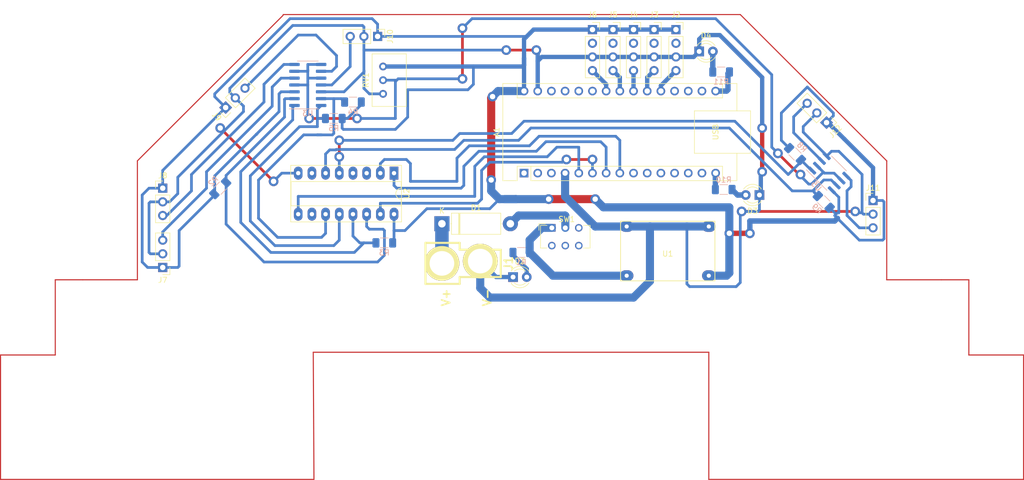
<source format=kicad_pcb>
(kicad_pcb (version 20221018) (generator pcbnew)
  (layers (0 "F.Cu" signal) (31 "B.Cu" signal) (34 "B.Paste" user) (35 "F.Paste" user) (36 "B.SilkS" user "B.Silkscreen") (37 "F.SilkS" user "F.Silkscreen") (38 "B.Mask" user) (39 "F.Mask" user) (44 "Edge.Cuts" user))
  (net 0 "")
  (net 4 "GND")
  (net 5 "/Salida")
  (net 6 "/CEP(D15)")
  (net 7 "/LP(D5)")
  (net 8 "/CP(D4)")
  (net 9 "/INB1")
  (net 10 "/INA1")
  (net 11 "/INA2")
  (net 12 "/PWM1")
  (net 13 "/PWM2")
  (net 14 "/INB2")
  (net 15 "/L1")
  (net 16 "/L2")
  (net 19 "/EN1")
  (net 20 "/P1")
  (net 21 "/P2")
  (net 22 "/P3")
  (net 23 "/P4")
  (net 24 "/P5")
  (net 25 "/B1")
  (net 26 "/B2")
  (net 29 "/VCC")
  (net 30 "Net-(D1-K)")
  (net 31 "Net-(D2-A)")
  (net 32 "Net-(D3-A)")
  (net 33 "Net-(D4-A)")
  (net 34 "+5V")
  (net 40 "/D2")
  (net 41 "/D1")
  (net 42 "/D6")
  (net 43 "/D5")
  (net 44 "/D4")
  (net 45 "/D3")
  (net 46 "/VIN")
  (net 47 "/S2")
  (net 48 "/S1")
  (net 49 "/S8")
  (net 50 "/S7")
  (net 51 "/S3")
  (net 52 "/S4")
  (net 53 "/Vref")
  (net 57 "/S6")
  (net 58 "/S5")
  (footprint "Connector_PinHeader_2.54mm:PinHeader_1x03_P2.54mm_Vertical" (layer "F.Cu") (at 95.758 19.304 -90)
    (fp_text reference "J10")
    (fp_text value "Conn_01x03_Male")
  )
  (footprint "LED_THT:LED_D3.0mm" (layer "F.Cu") (at 120.899 64.008)
    (fp_text reference "D2")
    (fp_text value "LED")
  )
  (footprint "Connector_PinSocket_2.54mm:PinSocket_1x04_P2.54mm_Vertical" (layer "F.Cu") (at 143.256 18.034)
    (fp_text reference "J4")
    (fp_text value "Conn_01x04_Male")
  )
  (footprint "Connector_PinHeader_2.54mm:PinHeader_1x03_P2.54mm_Vertical" (layer "F.Cu") (at 179.077445 35.313445 -135)
    (fp_text reference "J12")
    (fp_text value "Conn_01x03_Male")
  )
  (footprint "Potentiometer_THT:Potentiometer_Bourns_3299W_Vertical" (layer "F.Cu") (at 96.774 24.892 90)
    (fp_text reference "RV1")
    (fp_text value "R_Potentiometer")
  )
  (footprint "Module:Arduino_Nano" (layer "F.Cu") (at 122.936 44.694 90)
    (fp_text reference "A1")
    (fp_text value "Arduino_Nano_v3.x")
  )
  (footprint "Connector_PinSocket_2.54mm:PinSocket_1x04_P2.54mm_Vertical" (layer "F.Cu") (at 147.066 18.034)
    (fp_text reference "J3")
    (fp_text value "Conn_01x04_Male")
  )
  (footprint "Connector_PinHeader_2.54mm:PinHeader_1x03_P2.54mm_Vertical" (layer "F.Cu") (at 67.556555 32.519445 135)
    (fp_text reference "J9")
    (fp_text value "Conn_01x03_Male")
  )
  (footprint "Connector_PinHeader_2.54mm:PinHeader_1x03_P2.54mm_Vertical" (layer "F.Cu") (at 55.88 47.498)
    (fp_text reference "J8")
    (fp_text value "Conn_01x03_Male")
  )
  (footprint "LED_THT:LED_D3.0mm" (layer "F.Cu") (at 155.443 22.098)
    (fp_text reference "D4")
    (fp_text value "LED")
  )
  (footprint "Connector_PinSocket_2.54mm:PinSocket_1x04_P2.54mm_Vertical" (layer "F.Cu") (at 135.636 18.034)
    (fp_text reference "J6")
    (fp_text value "Conn_01x04_Male")
  )
  (footprint "Connector_PinSocket_2.54mm:PinSocket_1x04_P2.54mm_Vertical" (layer "F.Cu") (at 151.13 18.034)
    (fp_text reference "J2")
    (fp_text value "Conn_01x04_Male")
  )
  (footprint "Package_DIP:DIP-16_W7.62mm_Socket_LongPads" (layer "F.Cu") (at 98.806 44.704 -90)
    (fp_text reference "U2")
    (fp_text value "74LS165")
  )
  (footprint "Mini360_step-down:Mini360_step-down" (layer "F.Cu") (at 149.606 59.184)
    (fp_text reference "U1")
    (fp_text value "Mini360")
  )
  (footprint "LED_THT:LED_D3.0mm" (layer "F.Cu") (at 166.624 48.768 180)
    (fp_text reference "D3")
    (fp_text value "LED")
  )
  (footprint "Connector_PinHeader_2.54mm:PinHeader_1x03_P2.54mm_Vertical" (layer "F.Cu") (at 187.706 49.784)
    (fp_text reference "J11")
    (fp_text value "Conn_01x03_Male")
  )
  (footprint "Diode_THT:D_5W_P12.70mm_Horizontal" (layer "F.Cu") (at 107.696 54.102)
    (fp_text reference "D1")
    (fp_text value "type=\"D\" model=\"DIODE\" lib=\"\"")
  )
  (footprint "Connector_PinHeader_2.54mm:PinHeader_1x03_P2.54mm_Vertical" (layer "F.Cu") (at 55.88 62.23 180)
    (fp_text reference "J7")
    (fp_text value "Conn_01x03_Male")
  )
  (footprint "Connector_PinSocket_2.54mm:PinSocket_1x04_P2.54mm_Vertical" (layer "F.Cu") (at 139.446 18.034)
    (fp_text reference "J5")
    (fp_text value "Conn_01x04_Male")
  )
  (footprint "Button_Switch_THT:SW_CuK_JS202011CQN_DPDT_Straight" (layer "F.Cu") (at 128.096 54.866)
    (fp_text reference "SW1")
    (fp_text value "SW_DPDT_x2")
  )
  (footprint "Connectors:DEANS" (layer "F.Cu") (at 112.268 61.468 90)
    (fp_text reference "J1")
    (fp_text value "BATERIA1" hide)
  )
  (footprint "Resistor_SMD:R_1206_3216Metric_Pad1.30x1.75mm_HandSolder" (layer "B.Cu") (at 122.428 59.436)
    (fp_text reference "R1")
    (fp_text value "R")
  )
  (footprint "Resistor_SMD:R_1206_3216Metric_Pad1.30x1.75mm_HandSolder" (layer "B.Cu") (at 66.548 47.498 -135)
    (fp_text reference "R2")
    (fp_text value "R")
  )
  (footprint "Resistor_SMD:R_1206_3216Metric_Pad1.30x1.75mm_HandSolder" (layer "B.Cu") (at 159.512 25.908)
    (fp_text reference "R11")
    (fp_text value "1000")
  )
  (footprint "Package_SO:SO-8_3.9x4.9mm_P1.27mm" (layer "B.Cu") (at 179.578 44.704 -45)
    (fp_text reference "U5")
    (fp_text value "LM358")
  )
  (footprint "Resistor_SMD:R_1206_3216Metric_Pad1.30x1.75mm_HandSolder" (layer "B.Cu") (at 87.63 34.544)
    (fp_text reference "R5")
    (fp_text value "R")
  )
  (footprint "Package_SO:SO-14_3.9x8.65mm_P1.27mm" (layer "B.Cu") (at 82.804 28.321)
    (fp_text reference "U3")
    (fp_text value "LM339")
  )
  (footprint "Resistor_SMD:R_1206_3216Metric_Pad1.30x1.75mm_HandSolder" (layer "B.Cu") (at 91.186 31.496)
    (fp_text reference "R4")
    (fp_text value "R")
  )
  (footprint "Resistor_SMD:R_1206_3216Metric_Pad1.30x1.75mm_HandSolder" (layer "B.Cu") (at 173.228 41.148 135)
    (fp_text reference "R8")
    (fp_text value "R")
  )
  (footprint "Resistor_SMD:R_1206_3216Metric_Pad1.30x1.75mm_HandSolder" (layer "B.Cu") (at 97.002 57.658)
    (fp_text reference "R3")
    (fp_text value "R")
  )
  (footprint "Resistor_SMD:R_1206_3216Metric_Pad1.30x1.75mm_HandSolder" (layer "B.Cu") (at 178.562 50.038 -45)
    (fp_text reference "R9")
    (fp_text value "R")
  )
  (footprint "Resistor_SMD:R_1206_3216Metric_Pad1.30x1.75mm_HandSolder" (layer "B.Cu") (at 159.994 47.752 180)
    (fp_text reference "R10")
    (fp_text value "1000")
  )
  (gr_line (start 215.646 78.486) (end 205.486 78.486) (stroke (width 0.2)) (layer "F.Cu"))
  (gr_line (start 205.486 78.486) (end 205.486 64.516) (stroke (width 0.2)) (layer "F.Cu"))
  (gr_line (start 35.941 64.516) (end 41.021 64.516) (stroke (width 0.2)) (layer "F.Cu"))
  (gr_line (start 41.021 64.516) (end 51.181 64.516) (stroke (width 0.2)) (layer "F.Cu"))
  (gr_line (start 83.947 101.6) (end 83.82 77.978) (stroke (width 0.2)) (layer "F.Cu"))
  (gr_line (start 25.781 78.486) (end 35.941 78.486) (stroke (width 0.2)) (layer "F.Cu"))
  (gr_line (start 215.646 101.6) (end 215.646 78.486) (stroke (width 0.2)) (layer "F.Cu"))
  (gr_line (start 163.068 15.24) (end 78.232 15.24) (stroke (width 0.2)) (layer "F.Cu"))
  (gr_line (start 51.181 64.516) (end 51.181 42.418) (stroke (width 0.2)) (layer "F.Cu"))
  (gr_line (start 200.406 64.516) (end 190.246 64.516) (stroke (width 0.2)) (layer "F.Cu"))
  (gr_line (start 25.781 101.6) (end 83.947 101.6) (stroke (width 0.2)) (layer "F.Cu"))
  (gr_line (start 25.781 101.6) (end 25.781 78.486) (stroke (width 0.2)) (layer "F.Cu"))
  (gr_line (start 190.246 64.516) (end 190.246 42.418) (stroke (width 0.2)) (layer "F.Cu"))
  (gr_line (start 51.181 42.418) (end 78.232 15.367) (stroke (width 0.2)) (layer "F.Cu"))
  (gr_line (start 157.226 101.6) (end 157.226 77.978) (stroke (width 0.2)) (layer "F.Cu"))
  (gr_line (start 83.82 77.978) (end 157.226 77.978) (stroke (width 0.2)) (layer "F.Cu"))
  (gr_line (start 35.941 78.486) (end 35.941 64.516) (stroke (width 0.2)) (layer "F.Cu"))
  (gr_line (start 205.486 64.516) (end 200.406 64.516) (stroke (width 0.2)) (layer "F.Cu"))
  (gr_line (start 190.246 42.418) (end 163.068 15.24) (stroke (width 0.2)) (layer "F.Cu"))
  (gr_line (start 157.226 101.6) (end 215.646 101.6) (stroke (width 0.2)) (layer "F.Cu"))
  (segment (start 163.322 51.816) (end 184.404 51.816) (width 0.5) (layer "F.Cu") (net 4))
  (segment (start 125.222 21.844) (end 119.634 21.844) (width 0.5) (layer "F.Cu") (net 4))
  (segment (start 66.548 36.322) (end 76.454 46.228) (width 0.5) (layer "F.Cu") (net 4))
  (segment (start 167.132 44.45) (end 167.132 36.322) (width 0.8) (layer "F.Cu") (net 4))
  (via (at 163.322 51.816) (size 1.8) (drill 1) (layers "F.Cu" "B.Cu") (net 4))
  (via (at 184.404 51.816) (size 1.8) (drill 1) (layers "F.Cu" "B.Cu") (net 4))
  (via (at 167.132 36.322) (size 1.8) (drill 1) (layers "F.Cu" "B.Cu") (net 4))
  (via (at 76.454 46.228) (size 1.8) (drill 1) (layers "F.Cu" "B.Cu") (net 4))
  (via (at 125.222 21.844) (size 1.8) (drill 1) (layers "F.Cu" "B.Cu") (net 4))
  (via (at 119.634 21.844) (size 1.8) (drill 1) (layers "F.Cu" "B.Cu") (net 4))
  (via (at 66.548 36.322) (size 1.8) (drill 1) (layers "F.Cu" "B.Cu") (net 4))
  (via (at 167.132 44.45) (size 1.8) (drill 1) (layers "F.Cu" "B.Cu") (net 4))
  (segment (start 163.322 51.816) (end 166.37 51.816) (width 0.5) (layer "B.Cu") (net 4))
  (segment (start 167.132 44.45) (end 166.878 44.704) (width 0.8) (layer "B.Cu") (net 4))
  (segment (start 70.866 32.236788) (end 70.866 33.274) (width 0.5) (layer "B.Cu") (net 4))
  (segment (start 53.34 59.436) (end 53.594 59.69) (width 0.5) (layer "B.Cu") (net 4))
  (segment (start 80.01 17.272) (end 68.326 28.956) (width 0.5) (layer "B.Cu") (net 4))
  (segment (start 146.304 54.614) (end 141.986 54.614) (width 1.5) (layer "B.Cu") (net 4))
  (segment (start 185.928 52.324) (end 185.674 52.07) (width 0.5) (layer "B.Cu") (net 4))
  (segment (start 179.189838 41.536162) (end 179.104238 41.536162) (width 0.5) (layer "B.Cu") (net 4))
  (segment (start 157.226 54.614) (end 153.162 54.614) (width 1.5) (layer "B.Cu") (net 4))
  (segment (start 184.658 52.07) (end 185.674 52.07) (width 0.5) (layer "B.Cu") (net 4))
  (segment (start 93.218 25.908) (end 93.218 25.654) (width 0.5) (layer "B.Cu") (net 4))
  (segment (start 57.15 50.038) (end 55.88 50.038) (width 0.5) (layer "B.Cu") (net 4))
  (segment (start 69.352606 30.723394) (end 70.866 32.236788) (width 0.5) (layer "B.Cu") (net 4))
  (segment (start 174.752 36.046788) (end 177.310051 33.488737) (width 0.5) (layer "B.Cu") (net 4))
  (segment (start 114.808 66.04) (end 114.808 61.04382) (width 1.5) (layer "B.Cu") (net 4))
  (segment (start 163.068 52.07) (end 163.068 65.024) (width 0.5) (layer "B.Cu") (net 4))
  (segment (start 162.306 65.786) (end 153.67 65.786) (width 0.5) (layer "B.Cu") (net 4))
  (segment (start 67.183 36.957) (end 66.548 36.322) (width 0.5) (layer "B.Cu") (net 4))
  (segment (start 156.21 19.05) (end 159.258 19.05) (width 0.8) (layer "B.Cu") (net 4))
  (segment (start 155.443 19.817) (end 156.21 19.05) (width 0.8) (layer "B.Cu") (net 4))
  (segment (start 125.476 23.876) (end 126.238 23.114) (width 0.8) (layer "B.Cu") (net 4))
  (segment (start 167.132 26.924) (end 167.132 36.322) (width 0.8) (layer "B.Cu") (net 4))
  (segment (start 153.162 54.614) (end 146.304 54.614) (width 1.5) (layer "B.Cu") (net 4))
  (segment (start 136.148 54.614) (end 141.986 54.614) (width 1.5) (layer "B.Cu") (net 4))
  (segment (start 130.556 49.022) (end 136.148 54.614) (width 1.5) (layer "B.Cu") (net 4))
  (segment (start 177.310051 33.488737) (end 177.310051 33.292051) (width 0.5) (layer "B.Cu") (net 4))
  (segment (start 116.586 67.818) (end 114.808 66.04) (width 1.5) (layer "B.Cu") (net 4))
  (segment (start 166.878 48.514) (end 166.624 48.768) (width 0.8) (layer "B.Cu") (net 4))
  (segment (start 179.104238 41.436238) (end 174.752 37.084) (width 0.5) (layer "B.Cu") (net 4))
  (segment (start 163.322 51.816) (end 163.068 52.07) (width 0.5) (layer "B.Cu") (net 4))
  (segment (start 68.326 29.696788) (end 69.352606 30.723394) (width 0.5) (layer "B.Cu") (net 4))
  (segment (start 77.978 44.704) (end 81.026 44.704) (width 0.5) (layer "B.Cu") (net 4))
  (segment (start 68.326 28.956) (end 68.326 29.696788) (width 0.5) (layer "B.Cu") (net 4))
  (segment (start 89.535 29.591) (end 93.218 25.908) (width 0.5) (layer "B.Cu") (net 4))
  (segment (start 151.13 23.114) (end 135.636 23.114) (width 0.8) (layer "B.Cu") (net 4))
  (segment (start 154.427 23.114) (end 155.443 22.098) (width 0.8) (layer "B.Cu") (net 4))
  (segment (start 151.13 23.114) (end 154.427 23.114) (width 0.8) (layer "B.Cu") (net 4))
  (segment (start 94.234 29.972) (end 93.218 28.956) (width 0.5) (layer "B.Cu") (net 4))
  (segment (start 180.0004 40.64) (end 179.104238 41.536162) (width 0.5) (layer "B.Cu") (net 4))
  (segment (start 92.964 17.272) (end 80.01 17.272) (width 0.5) (layer "B.Cu") (net 4))
  (segment (start 93.218 21.844) (end 93.218 19.304) (width 0.5) (layer "B.Cu") (net 4))
  (segment (start 53.34 50.292) (end 53.34 59.436) (width 0.5) (layer "B.Cu") (net 4))
  (segment (start 96.774 29.972) (end 94.234 29.972) (width 0.5) (layer "B.Cu") (net 4))
  (segment (start 153.162 65.278) (end 153.162 54.614) (width 0.5) (layer "B.Cu") (net 4))
  (segment (start 184.404 51.816) (end 184.658 52.07) (width 0.5) (layer "B.Cu") (net 4))
  (segment (start 181.356 40.64) (end 180.0004 40.64) (width 0.5) (layer "B.Cu") (net 4))
  (segment (start 146.304 64.77) (end 143.256 67.818) (width 1.5) (layer "B.Cu") (net 4))
  (segment (start 85.279 29.591) (end 89.535 29.591) (width 0.5) (layer "B.Cu") (net 4))
  (segment (start 58.674 45.466) (end 58.674 48.514) (width 0.5) (layer "B.Cu") (net 4))
  (segment (start 126.238 23.114) (end 135.636 23.114) (width 0.8) (layer "B.Cu") (net 4))
  (segment (start 166.37 51.816) (end 166.624 51.562) (width 0.5) (layer "B.Cu") (net 4))
  (segment (start 53.594 50.038) (end 53.34 50.292) (width 0.5) (layer "B.Cu") (net 4))
  (segment (start 93.218 28.956) (end 93.218 25.654) (width 0.5) (layer "B.Cu") (net 4))
  (segment (start 130.556 44.694) (end 130.556 49.022) (width 1.5) (layer "B.Cu") (net 4))
  (segment (start 125.476 22.098) (end 125.222 21.844) (width 0.8) (layer "B.Cu") (net 4))
  (segment (start 76.454 46.228) (end 77.978 44.704) (width 0.5) (layer "B.Cu") (net 4))
  (segment (start 117.77218 64.008) (end 114.808 61.04382) (width 0.8) (layer "B.Cu") (net 4))
  (segment (start 70.866 33.274) (end 67.183 36.957) (width 0.5) (layer "B.Cu") (net 4))
  (segment (start 125.476 29.454) (end 125.476 23.876) (width 0.8) (layer "B.Cu") (net 4))
  (segment (start 187.706 52.324) (end 185.928 52.324) (width 0.5) (layer "B.Cu") (net 4))
  (segment (start 119.634 21.844) (end 93.218 21.844) (width 0.5) (layer "B.Cu") (net 4))
  (segment (start 166.878 44.704) (end 166.878 48.514) (width 0.8) (layer "B.Cu") (net 4))
  (segment (start 67.183 36.957) (end 58.674 45.466) (width 0.5) (layer "B.Cu") (net 4))
  (segment (start 163.068 65.024) (end 162.306 65.786) (width 0.5) (layer "B.Cu") (net 4))
  (segment (start 185.674 44.958) (end 181.356 40.64) (width 0.5) (layer "B.Cu") (net 4))
  (segment (start 159.258 19.05) (end 167.132 26.924) (width 0.8) (layer "B.Cu") (net 4))
  (segment (start 53.594 59.69) (end 55.88 59.69) (width 0.5) (layer "B.Cu") (net 4))
  (segment (start 153.67 65.786) (end 153.162 65.278) (width 0.5) (layer "B.Cu") (net 4))
  (segment (start 166.624 51.562) (end 166.624 48.768) (width 0.5) (layer "B.Cu") (net 4))
  (segment (start 146.304 54.614) (end 146.304 64.77) (width 1.5) (layer "B.Cu") (net 4))
  (segment (start 93.218 19.304) (end 93.218 17.526) (width 0.5) (layer "B.Cu") (net 4))
  (segment (start 174.752 37.084) (end 174.752 36.046788) (width 0.5) (layer "B.Cu") (net 4))
  (segment (start 185.674 52.07) (end 185.674 44.958) (width 0.5) (layer "B.Cu") (net 4))
  (segment (start 58.674 48.514) (end 57.15 50.038) (width 0.5) (layer "B.Cu") (net 4))
  (segment (start 125.476 23.876) (end 125.476 22.098) (width 0.8) (layer "B.Cu") (net 4))
  (segment (start 55.88 50.038) (end 53.594 50.038) (width 0.5) (layer "B.Cu") (net 4))
  (segment (start 143.256 67.818) (end 116.586 67.818) (width 1.5) (layer "B.Cu") (net 4))
  (segment (start 179.104238 41.536162) (end 179.104238 41.436238) (width 0.5) (layer "B.Cu") (net 4))
  (segment (start 93.218 25.654) (end 93.218 21.844) (width 0.5) (layer "B.Cu") (net 4))
  (segment (start 120.899 64.008) (end 117.77218 64.008) (width 0.8) (layer "B.Cu") (net 4))
  (segment (start 155.443 22.098) (end 155.443 19.817) (width 0.8) (layer "B.Cu") (net 4))
  (segment (start 93.218 17.526) (end 92.964 17.272) (width 0.5) (layer "B.Cu") (net 4))
  (segment (start 133.096 39.878) (end 129.032 39.878) (width 0.5) (layer "B.Cu") (net 5))
  (segment (start 113.792 43.434) (end 113.792 49.022) (width 0.5) (layer "B.Cu") (net 5))
  (segment (start 113.792 49.022) (end 81.026 49.022) (width 0.5) (layer "B.Cu") (net 5))
  (segment (start 129.032 39.878) (end 127.254 41.656) (width 0.5) (layer "B.Cu") (net 5))
  (segment (start 115.57 41.656) (end 113.792 43.434) (width 0.5) (layer "B.Cu") (net 5))
  (segment (start 81.026 49.022) (end 81.026 52.324) (width 0.5) (layer "B.Cu") (net 5))
  (segment (start 133.096 44.694) (end 133.096 39.878) (width 0.5) (layer "B.Cu") (net 5))
  (segment (start 127.254 41.656) (end 115.57 41.656) (width 0.5) (layer "B.Cu") (net 5))
  (segment (start 135.636 42.164) (end 130.81 42.164) (width 0.5) (layer "F.Cu") (net 6))
  (via (at 135.636 42.164) (size 1.8) (drill 1) (layers "F.Cu" "B.Cu") (net 6))
  (via (at 130.81 42.164) (size 1.8) (drill 1) (layers "F.Cu" "B.Cu") (net 6))
  (segment (start 130.556 42.164) (end 130.048 42.672) (width 0.5) (layer "B.Cu") (net 6))
  (segment (start 96.266 50.292) (end 96.266 52.324) (width 0.5) (layer "B.Cu") (net 6))
  (segment (start 130.048 42.672) (end 116.586 42.672) (width 0.5) (layer "B.Cu") (net 6))
  (segment (start 114.3 50.292) (end 96.266 50.292) (width 0.5) (layer "B.Cu") (net 6))
  (segment (start 130.81 42.164) (end 130.556 42.164) (width 0.5) (layer "B.Cu") (net 6))
  (segment (start 115.062 49.53) (end 114.3 50.292) (width 0.5) (layer "B.Cu") (net 6))
  (segment (start 135.636 42.164) (end 135.636 44.694) (width 0.5) (layer "B.Cu") (net 6))
  (segment (start 115.062 44.196) (end 115.062 49.53) (width 0.5) (layer "B.Cu") (net 6))
  (segment (start 116.586 42.672) (end 115.062 44.196) (width 0.5) (layer "B.Cu") (net 6))
  (segment (start 111.76 46.99) (end 111.252 47.498) (width 0.5) (layer "B.Cu") (net 7))
  (segment (start 111.252 47.498) (end 99.314 47.498) (width 0.5) (layer "B.Cu") (net 7))
  (segment (start 137.16 38.862) (end 127 38.862) (width 0.5) (layer "B.Cu") (net 7))
  (segment (start 138.176 44.694) (end 138.176 39.878) (width 0.5) (layer "B.Cu") (net 7))
  (segment (start 98.806 46.99) (end 98.806 44.704) (width 0.5) (layer "B.Cu") (net 7))
  (segment (start 138.176 39.878) (end 137.16 38.862) (width 0.5) (layer "B.Cu") (net 7))
  (segment (start 114.554 40.64) (end 111.76 43.434) (width 0.5) (layer "B.Cu") (net 7))
  (segment (start 111.76 43.434) (end 111.76 46.99) (width 0.5) (layer "B.Cu") (net 7))
  (segment (start 127 38.862) (end 125.222 40.64) (width 0.5) (layer "B.Cu") (net 7))
  (segment (start 99.314 47.498) (end 98.806 46.99) (width 0.5) (layer "B.Cu") (net 7))
  (segment (start 125.222 40.64) (end 114.554 40.64) (width 0.5) (layer "B.Cu") (net 7))
  (segment (start 96.266 42.926) (end 97.028 42.164) (width 0.5) (layer "B.Cu") (net 8))
  (segment (start 101.854 42.926) (end 101.854 46.228) (width 0.5) (layer "B.Cu") (net 8))
  (segment (start 101.854 46.228) (end 110.49 46.228) (width 0.5) (layer "B.Cu") (net 8))
  (segment (start 123.952 39.624) (end 125.73 37.846) (width 0.5) (layer "B.Cu") (net 8))
  (segment (start 96.266 44.704) (end 96.266 42.926) (width 0.5) (layer "B.Cu") (net 8))
  (segment (start 112.776 39.624) (end 123.952 39.624) (width 0.5) (layer "B.Cu") (net 8))
  (segment (start 101.092 42.164) (end 101.854 42.926) (width 0.5) (layer "B.Cu") (net 8))
  (segment (start 140.716 38.608) (end 140.716 44.694) (width 0.5) (layer "B.Cu") (net 8))
  (segment (start 110.49 46.228) (end 110.49 41.91) (width 0.5) (layer "B.Cu") (net 8))
  (segment (start 125.73 37.846) (end 139.954 37.846) (width 0.5) (layer "B.Cu") (net 8))
  (segment (start 97.028 42.164) (end 101.092 42.164) (width 0.5) (layer "B.Cu") (net 8))
  (segment (start 110.49 41.91) (end 112.776 39.624) (width 0.5) (layer "B.Cu") (net 8))
  (segment (start 139.954 37.846) (end 140.716 38.608) (width 0.5) (layer "B.Cu") (net 8))
  (segment (start 158.444 44.746) (end 158.496 44.694) (width 1) (layer "B.Cu") (net 15))
  (segment (start 158.444 47.752) (end 158.444 44.746) (width 1) (layer "B.Cu") (net 15))
  (segment (start 160.538 29.454) (end 160.782 29.21) (width 1) (layer "B.Cu") (net 16))
  (segment (start 160.782 29.21) (end 160.782 26.188) (width 1) (layer "B.Cu") (net 16))
  (segment (start 158.496 29.454) (end 160.538 29.454) (width 1) (layer "B.Cu") (net 16))
  (segment (start 160.782 26.188) (end 161.062 25.908) (width 1) (layer "B.Cu") (net 16))
  (segment (start 148.336 29.454) (end 148.336 28.448) (width 0.8) (layer "B.Cu") (net 20))
  (segment (start 148.336 28.448) (end 151.13 25.654) (width 0.8) (layer "B.Cu") (net 20))
  (segment (start 145.796 26.924) (end 147.066 25.654) (width 0.8) (layer "B.Cu") (net 21))
  (segment (start 145.796 29.454) (end 145.796 26.924) (width 0.8) (layer "B.Cu") (net 21))
  (segment (start 143.256 25.654) (end 143.256 29.454) (width 0.8) (layer "B.Cu") (net 22))
  (segment (start 139.446 25.654) (end 140.716 26.924) (width 0.8) (layer "B.Cu") (net 23))
  (segment (start 140.716 26.924) (end 140.716 29.454) (width 0.8) (layer "B.Cu") (net 23))
  (segment (start 138.176 28.194) (end 135.636 25.654) (width 0.8) (layer "B.Cu") (net 24))
  (segment (start 138.176 29.454) (end 138.176 28.194) (width 0.8) (layer "B.Cu") (net 24))
  (segment (start 107.696 61.468) (end 107.696 54.102) (width 2.5) (layer "B.Cu") (net 29))
  (segment (start 130.596 52.618) (end 130.556 52.578) (width 1.5) (layer "B.Cu") (net 30))
  (segment (start 121.92 52.578) (end 120.396 54.102) (width 1.5) (layer "B.Cu") (net 30))
  (segment (start 130.596 54.866) (end 130.596 52.618) (width 1.5) (layer "B.Cu") (net 30))
  (segment (start 130.556 52.578) (end 121.92 52.578) (width 1.5) (layer "B.Cu") (net 30))
  (segment (start 123.439 62.479) (end 120.878 59.918) (width 0.8) (layer "B.Cu") (net 31))
  (segment (start 120.878 59.918) (end 120.878 59.436) (width 0.8) (layer "B.Cu") (net 31))
  (segment (start 123.439 64.008) (end 123.439 62.479) (width 0.8) (layer "B.Cu") (net 31))
  (segment (start 162.56 48.768) (end 161.544 47.752) (width 1) (layer "B.Cu") (net 32))
  (segment (start 164.084 48.768) (end 162.56 48.768) (width 1) (layer "B.Cu") (net 32))
  (segment (start 157.962 22.119) (end 157.983 22.098) (width 1) (layer "B.Cu") (net 33))
  (segment (start 157.962 25.908) (end 157.962 22.119) (width 1) (layer "B.Cu") (net 33))
  (segment (start 116.84 30.734) (end 117.094 30.48) (width 1.5) (layer "F.Cu") (net 34))
  (segment (start 136.144 49.53) (end 127.508 49.53) (width 1.5) (layer "F.Cu") (net 34))
  (segment (start 161.036 55.88) (end 164.846 55.88) (width 1) (layer "F.Cu") (net 34))
  (segment (start 116.84 45.974) (end 116.84 30.734) (width 1.5) (layer "F.Cu") (net 34))
  (via (at 117.094 30.48) (size 1.8) (drill 1) (layers "F.Cu" "B.Cu") (net 34))
  (via (at 127.508 49.53) (size 1.8) (drill 1) (layers "F.Cu" "B.Cu") (net 34))
  (via (at 161.036 55.88) (size 1.8) (drill 1) (layers "F.Cu" "B.Cu") (net 34))
  (via (at 136.144 49.53) (size 1.8) (drill 1) (layers "F.Cu" "B.Cu") (net 34))
  (via (at 116.84 45.974) (size 1.8) (drill 1) (layers "F.Cu" "B.Cu") (net 34))
  (via (at 164.846 55.88) (size 1.8) (drill 1) (layers "F.Cu" "B.Cu") (net 34))
  (segment (start 181.102 53.086) (end 185.166 57.15) (width 0.5) (layer "B.Cu") (net 34))
  (segment (start 92.736 31.496) (end 92.736 31.978) (width 0.5) (layer "B.Cu") (net 34))
  (segment (start 157.226 63.754) (end 160.528 63.754) (width 1.5) (layer "B.Cu") (net 34))
  (segment (start 90.17 34.544) (end 89.18 34.544) (width 0.5) (layer "B.Cu") (net 34))
  (segment (start 122.936 23.368) (end 122.936 24.638) (width 0.8) (layer "B.Cu") (net 34))
  (segment (start 55.88 44.196) (end 67.556555 32.519445) (width 0.5) (layer "B.Cu") (net 34))
  (segment (start 89.18 36.348) (end 89.408 36.576) (width 0.5) (layer "B.Cu") (net 34))
  (segment (start 116.84 48.006) (end 116.84 45.974) (width 1.5) (layer "B.Cu") (net 34))
  (segment (start 127.508 49.53) (end 121.412 49.53) (width 1.5) (layer "B.Cu") (net 34))
  (segment (start 73.279 37.465) (end 65.532 45.212) (width 0.5) (layer "B.Cu") (net 34))
  (segment (start 98.806 57.404) (end 98.806 55.372) (width 0.5) (layer "B.Cu") (net 34))
  (segment (start 65.532 30.49489) (end 65.532 29.972) (width 0.5) (layer "B.Cu") (net 34))
  (segment (start 121.412 49.53) (end 118.364 49.53) (width 1.5) (layer "B.Cu") (net 34))
  (segment (start 123.317 19.431) (end 122.936 19.812) (width 0.8) (layer "B.Cu") (net 34))
  (segment (start 181.356 49.176076) (end 181.356 52.07) (width 0.5) (layer "B.Cu") (net 34))
  (segment (start 98.552 57.658) (end 98.806 57.404) (width 0.5) (layer "B.Cu") (net 34))
  (segment (start 118.364 49.53) (end 116.84 48.006) (width 1.5) (layer "B.Cu") (net 34))
  (segment (start 94.742 16.002) (end 95.758 17.018) (width 0.5) (layer "B.Cu") (net 34))
  (segment (start 161.036 63.246) (end 161.036 51.054) (width 1.5) (layer "B.Cu") (net 34))
  (segment (start 53.34 47.498) (end 55.88 47.498) (width 0.5) (layer "B.Cu") (net 34))
  (segment (start 161.036 51.054) (end 137.668 51.054) (width 1.5) (layer "B.Cu") (net 34))
  (segment (start 124.079 18.669) (end 123.317 19.431) (width 0.8) (layer "B.Cu") (net 34))
  (segment (start 160.528 63.754) (end 161.036 63.246) (width 1.5) (layer "B.Cu") (net 34))
  (segment (start 53.086 62.23) (end 52.07 61.214) (width 0.5) (layer "B.Cu") (net 34))
  (segment (start 58.674 62.23) (end 55.88 62.23) (width 0.5) (layer "B.Cu") (net 34))
  (segment (start 89.408 36.576) (end 99.06 36.576) (width 0.5) (layer "B.Cu") (net 34))
  (segment (start 73.372968 37.465) (end 73.279 37.465) (width 0.5) (layer "B.Cu") (net 34))
  (segment (start 181.102 52.07) (end 181.356 52.07) (width 0.5) (layer "B.Cu") (net 34))
  (segment (start 117.094 30.48) (end 118.12 29.454) (width 1.5) (layer "B.Cu") (net 34))
  (segment (start 123.19 19.558) (end 123.317 19.431) (width 0.5) (layer "B.Cu") (net 34))
  (segment (start 52.07 61.214) (end 52.07 48.768) (width 0.5) (layer "B.Cu") (net 34))
  (segment (start 151.13 18.034) (end 135.636 18.034) (width 0.8) (layer "B.Cu") (net 34))
  (segment (start 180.34 34.05089) (end 179.077445 35.313445) (width 0.5) (layer "B.Cu") (net 34))
  (segment (start 187.706 43.688) (end 182.372 38.354) (width 0.8) (layer "B.Cu") (net 34))
  (segment (start 189.738 56.896) (end 189.738 50.038) (width 0.5) (layer "B.Cu") (net 34))
  (segment (start 89.18 34.544) (end 89.18 36.348) (width 0.5) (layer "B.Cu") (net 34))
  (segment (start 124.714 18.034) (end 124.079 18.669) (width 0.8) (layer "B.Cu") (net 34))
  (segment (start 185.166 57.15) (end 189.484 57.15) (width 0.5) (layer "B.Cu") (net 34))
  (segment (start 135.636 18.034) (end 124.714 18.034) (width 0.8) (layer "B.Cu") (net 34))
  (segment (start 58.928 55.372) (end 58.928 61.976) (width 0.5) (layer "B.Cu") (net 34))
  (segment (start 55.88 47.498) (end 55.88 44.196) (width 0.5) (layer "B.Cu") (net 34))
  (segment (start 52.07 48.768) (end 53.34 47.498) (width 0.5) (layer "B.Cu") (net 34))
  (segment (start 180.594 53.594) (end 181.102 53.086) (width 1) (layer "B.Cu") (net 34))
  (segment (start 172.131984 40.051984) (end 170.688 38.608) (width 0.5) (layer "B.Cu") (net 34))
  (segment (start 118.364 49.53) (end 119.38 49.53) (width 0.5) (layer "B.Cu") (net 34))
  (segment (start 137.668 51.054) (end 136.144 49.53) (width 1.5) (layer "B.Cu") (net 34))
  (segment (start 100.838 55.372) (end 104.902 51.308) (width 0.5) (layer "B.Cu") (net 34))
  (segment (start 80.329 29.591) (end 77.851 29.591) (width 0.5) (layer "B.Cu") (net 34))
  (segment (start 98.806 55.372) (end 98.806 52.324) (width 0.5) (layer "B.Cu") (net 34))
  (segment (start 122.682 24.892) (end 113.538 24.892) (width 0.8) (layer "B.Cu") (net 34))
  (segment (start 79.502 16.002) (end 94.742 16.002) (width 0.5) (layer "B.Cu") (net 34))
  (segment (start 95.758 17.018) (end 95.758 19.304) (width 0.5) (layer "B.Cu") (net 34))
  (segment (start 65.532 45.212) (end 65.532 48.768) (width 0.5) (layer "B.Cu") (net 34))
  (segment (start 164.846 53.594) (end 180.594 53.594) (width 1) (layer "B.Cu") (net 34))
  (segment (start 175.514 28.702) (end 180.34 33.528) (width 0.5) (layer "B.Cu") (net 34))
  (segment (start 77.47 33.274) (end 73.279 37.465) (width 0.5) (layer "B.Cu") (net 34))
  (segment (start 182.2864 38.354) (end 182.372 38.354) (width 0.5) (layer "B.Cu") (net 34))
  (segment (start 67.556555 32.519445) (end 65.532 30.49489) (width 0.5) (layer "B.Cu") (net 34))
  (segment (start 180.594 52.578) (end 181.102 53.086) (width 0.5) (layer "B.Cu") (net 34))
  (segment (start 77.47 29.972) (end 77.47 33.274) (width 0.5) (layer "B.Cu") (net 34))
  (segment (start 65.532 48.768) (end 58.928 55.372) (width 0.5) (layer "B.Cu") (net 34))
  (segment (start 189.484 49.784) (end 187.706 49.784) (width 0.5) (layer "B.Cu") (net 34))
  (segment (start 170.688 33.528) (end 175.514 28.702) (width 0.5) (layer "B.Cu") (net 34))
  (segment (start 112.522 29.21) (end 113.538 28.194) (width 0.5) (layer "B.Cu") (net 34))
  (segment (start 180.594 52.07) (end 179.658016 51.134016) (width 0.5) (layer "B.Cu") (net 34))
  (segment (start 104.902 51.308) (end 116.586 51.308) (width 0.5) (layer "B.Cu") (net 34))
  (segment (start 95.758 19.304) (end 123.444 19.304) (width 0.5) (layer "B.Cu") (net 34))
  (segment (start 77.851 29.591) (end 77.47 29.972) (width 0.5) (layer "B.Cu") (net 34))
  (segment (start 118.12 29.454) (end 122.936 29.454) (width 1.5) (layer "B.Cu") (net 34))
  (segment (start 121.412 49.53) (end 119.38 49.53) (width 1.5) (layer "B.Cu") (net 34))
  (segment (start 187.706 49.784) (end 187.706 43.688) (width 0.8) (layer "B.Cu") (net 34))
  (segment (start 180.051762 47.871838) (end 181.356 49.176076) (width 0.5) (layer "B.Cu") (net 34))
  (segment (start 55.88 62.23) (end 53.086 62.23) (width 0.5) (layer "B.Cu") (net 34))
  (segment (start 122.936 19.812) (end 122.936 23.368) (width 0.8) (layer "B.Cu") (net 34))
  (segment (start 170.688 38.608) (end 170.688 33.528) (width 0.5) (layer "B.Cu") (net 34))
  (segment (start 101.346 29.21) (end 112.522 29.21) (width 0.5) (layer "B.Cu") (net 34))
  (segment (start 99.06 36.576) (end 101.346 34.29) (width 0.5) (layer "B.Cu") (net 34))
  (segment (start 179.106102 35.088102) (end 182.372 38.354) (width 0.8) (layer "B.Cu") (net 34))
  (segment (start 98.806 55.372) (end 100.838 55.372) (width 0.5) (layer "B.Cu") (net 34))
  (segment (start 101.346 34.29) (end 101.346 29.21) (width 0.5) (layer "B.Cu") (net 34))
  (segment (start 58.928 61.976) (end 58.674 62.23) (width 0.5) (layer "B.Cu") (net 34))
  (segment (start 164.846 55.88) (end 164.846 53.594) (width 1) (layer "B.Cu") (net 34))
  (segment (start 123.444 19.304) (end 124.079 18.669) (width 0.5) (layer "B.Cu") (net 34))
  (segment (start 92.736 31.978) (end 90.17 34.544) (width 0.5) (layer "B.Cu") (net 34))
  (segment (start 189.738 50.038) (end 189.484 49.784) (width 0.5) (layer "B.Cu") (net 34))
  (segment (start 65.532 29.972) (end 79.502 16.002) (width 0.5) (layer "B.Cu") (net 34))
  (segment (start 122.936 23.368) (end 122.936 29.454) (width 0.8) (layer "B.Cu") (net 34))
  (segment (start 180.34 33.528) (end 180.34 34.05089) (width 0.5) (layer "B.Cu") (net 34))
  (segment (start 113.538 24.892) (end 96.774 24.892) (width 0.8) (layer "B.Cu") (net 34))
  (segment (start 113.538 28.194) (end 113.538 24.892) (width 0.5) (layer "B.Cu") (net 34))
  (segment (start 180.594 52.578) (end 181.102 52.07) (width 0.5) (layer "B.Cu") (net 34))
  (segment (start 122.936 24.638) (end 122.682 24.892) (width 0.8) (layer "B.Cu") (net 34))
  (segment (start 189.484 57.15) (end 189.738 56.896) (width 0.5) (layer "B.Cu") (net 34))
  (segment (start 116.586 51.308) (end 118.364 49.53) (width 0.5) (layer "B.Cu") (net 34))
  (segment (start 64.008 44.45) (end 76.2 32.258) (width 0.5) (layer "B.Cu") (net 40))
  (segment (start 77.851 27.051) (end 80.329 27.051) (width 0.5) (layer "B.Cu") (net 40))
  (segment (start 76.2 32.258) (end 76.2 28.702) (width 0.5) (layer "B.Cu") (net 40))
  (segment (start 64.008 47.498) (end 64.008 44.45) (width 0.5) (layer "B.Cu") (net 40))
  (segment (start 55.88 55.626) (end 64.008 47.498) (width 0.5) (layer "B.Cu") (net 40))
  (segment (start 55.88 57.15) (end 55.88 55.626) (width 0.5) (layer "B.Cu") (net 40))
  (segment (start 76.2 28.702) (end 77.851 27.051) (width 0.5) (layer "B.Cu") (net 40))
  (segment (start 74.676 28.194) (end 78.359 24.511) (width 0.5) (layer "B.Cu") (net 41))
  (segment (start 78.359 24.511) (end 80.329 24.511) (width 0.5) (layer "B.Cu") (net 41))
  (segment (start 55.88 52.578) (end 56.642 52.578) (width 0.5) (layer "B.Cu") (net 41))
  (segment (start 74.676 31.496) (end 74.676 28.194) (width 0.5) (layer "B.Cu") (net 41))
  (segment (start 61.214 48.006) (end 61.214 44.958) (width 0.5) (layer "B.Cu") (net 41))
  (segment (start 61.214 44.958) (end 74.676 31.496) (width 0.5) (layer "B.Cu") (net 41))
  (segment (start 56.642 52.578) (end 61.214 48.006) (width 0.5) (layer "B.Cu") (net 41))
  (segment (start 84.328 19.05) (end 81.026 19.05) (width 0.5) (layer "B.Cu") (net 42))
  (segment (start 81.026 19.05) (end 71.148657 28.927343) (width 0.5) (layer "B.Cu") (net 42))
  (segment (start 88.138 22.86) (end 84.328 19.05) (width 0.5) (layer "B.Cu") (net 42))
  (segment (start 85.279 25.781) (end 87.249 25.781) (width 0.5) (layer "B.Cu") (net 42))
  (segment (start 88.138 24.892) (end 88.138 22.86) (width 0.5) (layer "B.Cu") (net 42))
  (segment (start 87.249 25.781) (end 88.138 24.892) (width 0.5) (layer "B.Cu") (net 42))
  (segment (start 87.249 28.321) (end 90.678 24.892) (width 0.5) (layer "B.Cu") (net 43))
  (segment (start 90.678 24.892) (end 90.678 19.304) (width 0.5) (layer "B.Cu") (net 43))
  (segment (start 85.279 28.321) (end 87.249 28.321) (width 0.5) (layer "B.Cu") (net 43))
  (segment (start 187.706 54.864) (end 185.166 54.864) (width 0.5) (layer "B.Cu") (net 44))
  (segment (start 183.642 47.207716) (end 183.642 46.073924) (width 0.5) (layer "B.Cu") (net 44))
  (segment (start 185.166 54.864) (end 182.88 52.578) (width 0.5) (layer "B.Cu") (net 44))
  (segment (start 183.642 46.073924) (end 182.745838 45.177762) (width 0.5) (layer "B.Cu") (net 44))
  (segment (start 182.88 47.969716) (end 183.642 47.207716) (width 0.5) (layer "B.Cu") (net 44))
  (segment (start 182.88 52.578) (end 182.88 47.969716) (width 0.5) (layer "B.Cu") (net 44))
  (segment (start 172.974 34.232686) (end 175.485343 31.721343) (width 0.5) (layer "B.Cu") (net 45))
  (segment (start 172.974 37.201974) (end 172.974 34.232686) (width 0.5) (layer "B.Cu") (net 45))
  (segment (start 178.206213 42.434187) (end 172.974 37.201974) (width 0.5) (layer "B.Cu") (net 45))
  (segment (start 141.986 63.754) (end 128.296 63.754) (width 1.5) (layer "B.Cu") (net 46))
  (segment (start 128.296 63.754) (end 123.978 59.436) (width 1.5) (layer "B.Cu") (net 46))
  (segment (start 123.978 57.124) (end 126.238 54.864) (width 1.5) (layer "B.Cu") (net 46))
  (segment (start 123.978 59.436) (end 123.978 57.124) (width 1.5) (layer "B.Cu") (net 46))
  (segment (start 126.24 54.866) (end 128.096 54.866) (width 1.5) (layer "B.Cu") (net 46))
  (segment (start 126.238 54.864) (end 126.24 54.866) (width 1.5) (layer "B.Cu") (net 46))
  (segment (start 80.329 30.861) (end 78.613 30.861) (width 0.5) (layer "B.Cu") (net 47))
  (segment (start 93.726 52.324) (end 93.726 54.61) (width 0.5) (layer "B.Cu") (net 47))
  (segment (start 74.676 61.214) (end 67.644016 54.182016) (width 0.5) (layer "B.Cu") (net 47))
  (segment (start 95.758 61.214) (end 74.676 61.214) (width 0.5) (layer "B.Cu") (net 47))
  (segment (start 97.028 55.372) (end 97.028 59.944) (width 0.5) (layer "B.Cu") (net 47))
  (segment (start 67.644016 54.182016) (end 67.644016 46.401984) (width 0.5) (layer "B.Cu") (net 47))
  (segment (start 96.774 55.118) (end 97.028 55.372) (width 0.5) (layer "B.Cu") (net 47))
  (segment (start 94.234 55.118) (end 96.774 55.118) (width 0.5) (layer "B.Cu") (net 47))
  (segment (start 93.726 54.61) (end 94.234 55.118) (width 0.5) (layer "B.Cu") (net 47))
  (segment (start 67.644016 45.131984) (end 67.644016 46.401984) (width 0.5) (layer "B.Cu") (net 47))
  (segment (start 78.486 30.988) (end 78.486 34.29) (width 0.5) (layer "B.Cu") (net 47))
  (segment (start 97.028 59.944) (end 95.758 61.214) (width 0.5) (layer "B.Cu") (net 47))
  (segment (start 78.613 30.861) (end 78.486 30.988) (width 0.5) (layer "B.Cu") (net 47))
  (segment (start 78.486 34.29) (end 67.644016 45.131984) (width 0.5) (layer "B.Cu") (net 47))
  (segment (start 75.946 59.436) (end 70.358 53.848) (width 0.5) (layer "B.Cu") (net 48))
  (segment (start 91.44 59.436) (end 75.946 59.436) (width 0.5) (layer "B.Cu") (net 48))
  (segment (start 93.218 57.658) (end 92.456 57.658) (width 0.5) (layer "B.Cu") (net 48))
  (segment (start 93.218 57.658) (end 91.44 59.436) (width 0.5) (layer "B.Cu") (net 48))
  (segment (start 91.186 56.388) (end 91.186 52.324) (width 0.5) (layer "B.Cu") (net 48))
  (segment (start 80.01 34.798) (end 80.01 32.45) (width 0.5) (layer "B.Cu") (net 48))
  (segment (start 95.452 57.658) (end 93.218 57.658) (width 0.5) (layer "B.Cu") (net 48))
  (segment (start 70.358 53.848) (end 70.358 44.45) (width 0.5) (layer "B.Cu") (net 48))
  (segment (start 80.01 32.45) (end 80.329 32.131) (width 0.5) (layer "B.Cu") (net 48))
  (segment (start 70.358 44.45) (end 80.01 34.798) (width 0.5) (layer "B.Cu") (net 48))
  (segment (start 92.456 57.658) (end 91.186 56.388) (width 0.5) (layer "B.Cu") (net 48))
  (segment (start 88.646 38.608) (end 88.646 41.656) (width 0.5) (layer "F.Cu") (net 49))
  (via (at 88.646 41.656) (size 1.8) (drill 1) (layers "F.Cu" "B.Cu") (net 49))
  (via (at 88.646 38.608) (size 1.8) (drill 1) (layers "F.Cu" "B.Cu") (net 49))
  (segment (start 171.958 44.958) (end 174.324016 42.591984) (width 0.5) (layer "B.Cu") (net 49))
  (segment (start 109.728 38.608) (end 110.998 37.338) (width 0.5) (layer "B.Cu") (net 49))
  (segment (start 88.646 38.608) (end 109.728 38.608) (width 0.5) (layer "B.Cu") (net 49))
  (segment (start 88.646 44.704) (end 88.646 41.656) (width 0.5) (layer "B.Cu") (net 49))
  (segment (start 174.324016 42.591984) (end 174.324016 42.244016) (width 0.5) (layer "B.Cu") (net 49))
  (segment (start 110.998 37.338) (end 120.65 37.338) (width 0.5) (layer "B.Cu") (net 49))
  (segment (start 122.936 35.052) (end 162.052 35.052) (width 0.5) (layer "B.Cu") (net 49))
  (segment (start 176.310238 44.230238) (end 174.324016 42.244016) (width 0.5) (layer "B.Cu") (net 49))
  (segment (start 162.052 35.052) (end 171.958 44.958) (width 0.5) (layer "B.Cu") (net 49))
  (segment (start 176.410162 44.230238) (end 176.310238 44.230238) (width 0.5) (layer "B.Cu") (net 49))
  (segment (start 120.65 37.338) (end 122.936 35.052) (width 0.5) (layer "B.Cu") (net 49))
  (segment (start 88.086811 40.306) (end 110.062 40.306) (width 0.5) (layer "B.Cu") (net 50))
  (segment (start 86.868 40.386) (end 88.006811 40.386) (width 0.5) (layer "B.Cu") (net 50))
  (segment (start 111.76 38.608) (end 121.92 38.608) (width 0.5) (layer "B.Cu") (net 50))
  (segment (start 176.784 48.26) (end 176.784 47.752) (width 0.5) (layer "B.Cu") (net 50))
  (segment (start 172.72 48.006) (end 176.53 48.006) (width 0.5) (layer "B.Cu") (net 50))
  (segment (start 161.036 36.322) (end 172.72 48.006) (width 0.5) (layer "B.Cu") (net 50))
  (segment (start 178.562 45.974) (end 179.949974 45.974) (width 0.5) (layer "B.Cu") (net 50))
  (segment (start 88.006811 40.386) (end 88.086811 40.306) (width 0.5) (layer "B.Cu") (net 50))
  (segment (start 121.92 38.608) (end 124.206 36.322) (width 0.5) (layer "B.Cu") (net 50))
  (segment (start 176.53 48.006) (end 176.784 47.752) (width 0.5) (layer "B.Cu") (net 50))
  (segment (start 86.106 44.704) (end 86.106 41.148) (width 0.5) (layer "B.Cu") (net 50))
  (segment (start 86.106 41.148) (end 86.868 40.386) (width 0.5) (layer "B.Cu") (net 50))
  (segment (start 177.465984 48.941984) (end 176.784 48.26) (width 0.5) (layer "B.Cu") (net 50))
  (segment (start 124.206 36.322) (end 161.036 36.322) (width 0.5) (layer "B.Cu") (net 50))
  (segment (start 176.784 47.752) (end 178.562 45.974) (width 0.5) (layer "B.Cu") (net 50))
  (segment (start 110.062 40.306) (end 111.76 38.608) (width 0.5) (layer "B.Cu") (net 50))
  (segment (start 179.949974 45.974) (end 180.949787 46.973813) (width 0.5) (layer "B.Cu") (net 50))
  (segment (start 173.99 44.958) (end 174.244 44.958) (width 0.5) (layer "F.Cu") (net 53))
  (segment (start 170.053 41.021) (end 173.99 44.958) (width 0.5) (layer "F.Cu") (net 53))
  (segment (start 91.948 34.544) (end 83.058 34.544) (width 0.5) (layer "F.Cu") (net 53))
  (segment (start 111.506 17.78) (end 111.506 27.178) (width 0.5) (layer "F.Cu") (net 53))
  (via (at 111.506 27.178) (size 1.8) (drill 1) (layers "F.Cu" "B.Cu") (net 53))
  (via (at 83.058 34.544) (size 1.8) (drill 1) (layers "F.Cu" "B.Cu") (net 53))
  (via (at 111.506 17.78) (size 1.8) (drill 1) (layers "F.Cu" "B.Cu") (net 53))
  (via (at 170.053 41.021) (size 1.8) (drill 1) (layers "F.Cu" "B.Cu") (net 53))
  (via (at 91.948 34.544) (size 1.8) (drill 1) (layers "F.Cu" "B.Cu") (net 53))
  (via (at 174.244 44.958) (size 1.8) (drill 1) (layers "F.Cu" "B.Cu") (net 53))
  (segment (start 178.493987 44.518013) (end 176.276 46.736) (width 0.5) (layer "B.Cu") (net 53))
  (segment (start 113.284 16.002) (end 111.506 17.78) (width 0.5) (layer "B.Cu") (net 53))
  (segment (start 82.804 25.527) (end 82.804 24.511) (width 0.5) (layer "B.Cu") (net 53))
  (segment (start 174.244 45.212) (end 174.244 44.958) (width 0.5) (layer "B.Cu") (net 53))
  (segment (start 168.91 39.878) (end 168.91 26.416) (width 0.5) (layer "B.Cu") (net 53))
  (segment (start 111.506 27.178) (end 99.568 27.178) (width 0.5) (layer "B.Cu") (net 53))
  (segment (start 83.058 34.544) (end 82.804 34.29) (width 0.5) (layer "B.Cu") (net 53))
  (segment (start 177.308187 43.332213) (end 178.493987 44.518013) (width 0.5) (layer "B.Cu") (net 53))
  (segment (start 175.768 46.736) (end 174.244 45.212) (width 0.5) (layer "B.Cu") (net 53))
  (segment (start 178.493987 44.518013) (end 178.679974 44.704) (width 0.5) (layer "B.Cu") (net 53))
  (segment (start 178.679974 44.704) (end 180.476026 44.704) (width 0.5) (layer "B.Cu") (net 53))
  (segment (start 85.279 27.051) (end 82.804 27.051) (width 0.5) (layer "B.Cu") (net 53))
  (segment (start 82.804 27.051) (end 82.804 25.527) (width 0.5) (layer "B.Cu") (net 53))
  (segment (start 82.804 25.781) (end 82.804 25.527) (width 0.5) (layer "B.Cu") (net 53))
  (segment (start 176.276 46.736) (end 175.768 46.736) (width 0.5) (layer "B.Cu") (net 53))
  (segment (start 96.774 27.432) (end 99.06 27.432) (width 0.5) (layer "B.Cu") (net 53))
  (segment (start 180.476026 44.704) (end 181.847813 46.075787) (width 0.5) (layer "B.Cu") (net 53))
  (segment (start 168.91 26.416) (end 158.496 16.002) (width 0.5) (layer "B.Cu") (net 53))
  (segment (start 158.496 16.002) (end 113.284 16.002) (width 0.5) (layer "B.Cu") (net 53))
  (segment (start 99.568 27.178) (end 99.06 27.686) (width 0.5) (layer "B.Cu") (net 53))
  (segment (start 170.053 41.021) (end 168.91 39.878) (width 0.5) (layer "B.Cu") (net 53))
  (segment (start 99.06 27.686) (end 99.06 34.544) (width 0.5) (layer "B.Cu") (net 53))
  (segment (start 80.329 25.781) (end 82.804 25.781) (width 0.5) (layer "B.Cu") (net 53))
  (segment (start 99.06 27.432) (end 99.06 27.686) (width 0.5) (layer "B.Cu") (net 53))
  (segment (start 82.804 28.321) (end 80.329 28.321) (width 0.5) (layer "B.Cu") (net 53))
  (segment (start 82.804 34.29) (end 82.804 28.321) (width 0.5) (layer "B.Cu") (net 53))
  (segment (start 82.804 24.511) (end 85.279 24.511) (width 0.5) (layer "B.Cu") (net 53))
  (segment (start 99.06 34.544) (end 91.948 34.544) (width 0.5) (layer "B.Cu") (net 53))
  (segment (start 82.804 27.051) (end 82.804 28.321) (width 0.5) (layer "B.Cu") (net 53))
  (segment (start 89.636 31.496) (end 89.001 30.861) (width 0.5) (layer "B.Cu") (net 57))
  (segment (start 82.042 37.592) (end 73.66 45.974) (width 0.5) (layer "B.Cu") (net 57))
  (segment (start 87.376 37.592) (end 84.582 37.592) (width 0.5) (layer "B.Cu") (net 57))
  (segment (start 84.582 37.592) (end 82.042 37.592) (width 0.5) (layer "B.Cu") (net 57))
  (segment (start 85.344 56.642) (end 86.106 55.88) (width 0.5) (layer "B.Cu") (net 57))
  (segment (start 73.66 53.086) (end 77.216 56.642) (width 0.5) (layer "B.Cu") (net 57))
  (segment (start 86.106 55.88) (end 86.106 52.324) (width 0.5) (layer "B.Cu") (net 57))
  (segment (start 89.001 30.861) (end 87.63 30.861) (width 0.5) (layer "B.Cu") (net 57))
  (segment (start 87.63 30.861) (end 87.63 37.338) (width 0.5) (layer "B.Cu") (net 57))
  (segment (start 87.63 30.861) (end 85.279 30.861) (width 0.5) (layer "B.Cu") (net 57))
  (segment (start 85.344 37.592) (end 84.582 37.592) (width 0.5) (layer "B.Cu") (net 57))
  (segment (start 77.216 56.642) (end 85.344 56.642) (width 0.5) (layer "B.Cu") (net 57))
  (segment (start 87.63 37.338) (end 87.376 37.592) (width 0.5) (layer "B.Cu") (net 57))
  (segment (start 73.66 45.974) (end 73.66 53.086) (width 0.5) (layer "B.Cu") (net 57))
  (segment (start 84.582 34.544) (end 84.582 32.828) (width 0.5) (layer "B.Cu") (net 58))
  (segment (start 84.582 32.828) (end 85.279 32.131) (width 0.5) (layer "B.Cu") (net 58))
  (segment (start 88.646 52.324) (end 88.646 57.15) (width 0.5) (layer "B.Cu") (net 58))
  (segment (start 88.646 57.15) (end 87.63 58.166) (width 0.5) (layer "B.Cu") (net 58))
  (segment (start 81.28 36.068) (end 84.582 36.068) (width 0.5) (layer "B.Cu") (net 58))
  (segment (start 87.63 58.166) (end 76.708 58.166) (width 0.5) (layer "B.Cu") (net 58))
  (segment (start 72.136 53.594) (end 72.136 45.212) (width 0.5) (layer "B.Cu") (net 58))
  (segment (start 84.582 36.068) (end 84.582 34.544) (width 0.5) (layer "B.Cu") (net 58))
  (segment (start 72.136 45.212) (end 81.28 36.068) (width 0.5) (layer "B.Cu") (net 58))
  (segment (start 76.708 58.166) (end 72.136 53.594) (width 0.5) (layer "B.Cu") (net 58))
  (segment (start 86.08 34.544) (end 84.582 34.544) (width 0.5) (layer "B.Cu") (net 58))
)
</source>
